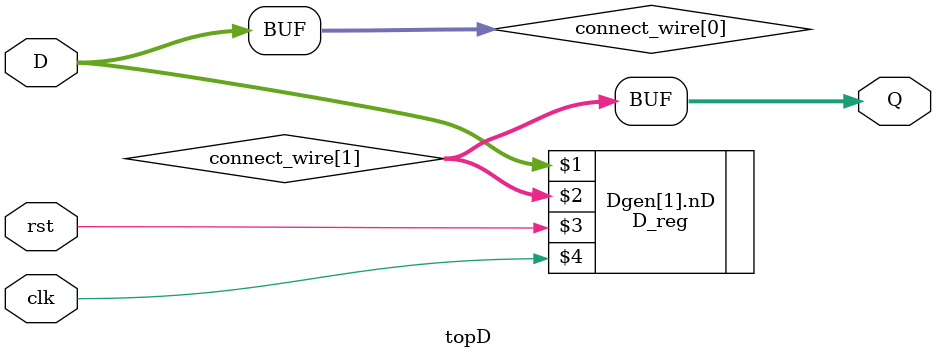
<source format=v>
`timescale 1ns / 1ps
`include "def.v"


module topD(
    D,
    Q,
    rst,
    clk
    );
  parameter   ND0 = 1;
  parameter Nbits = 1;
  
    input [Nbits*2-1:0] D;
    output [Nbits*2-1:0] Q;
    input rst;
    input clk;
    
    
    wire [Nbits*2-1:0] connect_wire[0:ND0];
    
    assign connect_wire[0] = D;
    assign connect_wire[ND0] = Q;
    
   genvar i;
   generate
      for (i=1; i <= ND0; i=i+1) begin:
      Dgen D_reg nD(connect_wire[i-1],connect_wire[i],rst,clk);
     end
   endgenerate
    
endmodule





</source>
